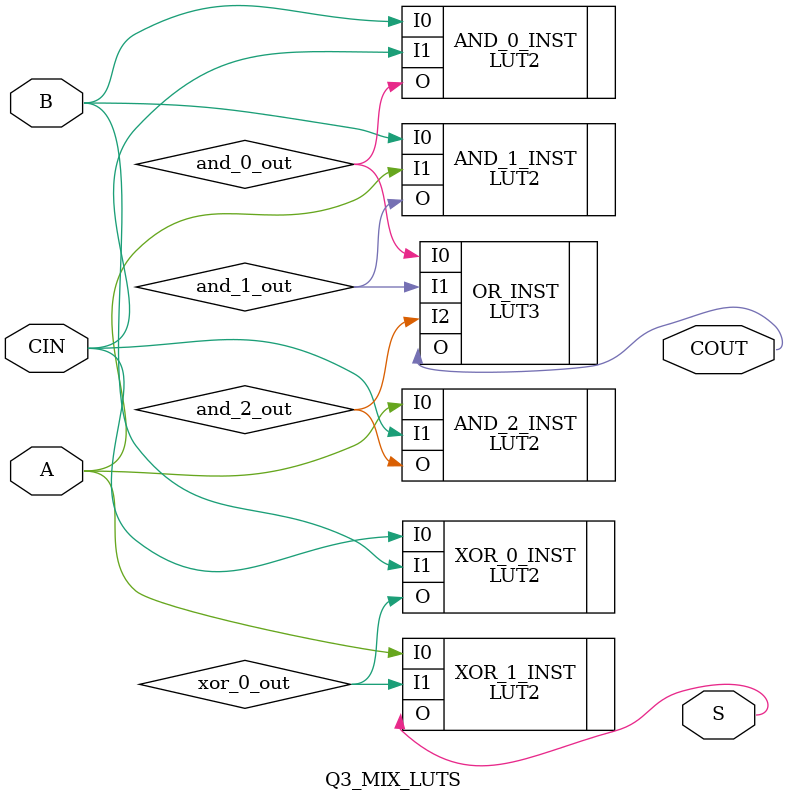
<source format=sv>
`timescale 1ns/1ps
module Q3_MIX_LUTS(A, B, CIN, S, COUT);

input logic A, B, CIN;
output logic S, COUT;

logic xor_0_out, xor_1_out, and_0_out, and_1_out, and_2_out, or_out;

LUT2 #(.INIT(4'b0110)) XOR_0_INST( .I0(CIN), .I1(B), .O(xor_0_out));
LUT2 #(.INIT(4'b0110)) XOR_1_INST( .I0(A), .I1(xor_0_out), .O(S));

LUT2 #(.INIT(4'b1000)) AND_0_INST( .I0(B), .I1(CIN), .O(and_0_out));
LUT2 #(.INIT(4'b1000)) AND_1_INST( .I0(B), .I1(A), .O(and_1_out));
LUT2 #(.INIT(4'b1000)) AND_2_INST( .I0(A), .I1(CIN), .O(and_2_out));

LUT3 #(.INIT(8'b11111110)) OR_INST( .I0(and_0_out), .I1(and_1_out), .I2(and_2_out), .O(COUT));

endmodule
</source>
